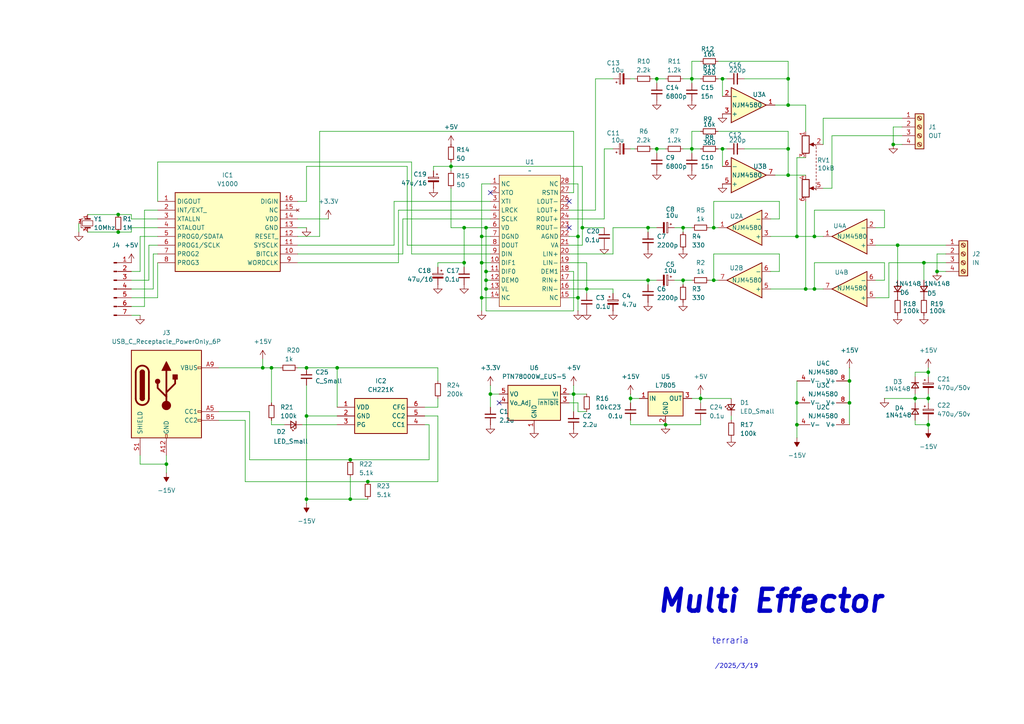
<source format=kicad_sch>
(kicad_sch (version 20250114) (generator "eeschema") (generator_version "9.0")
  (paper "A4")
  (text "Multi Effector" (at 223.52 174.498 0) (effects (font (size 6.35 6.35) (thickness 1.27) (bold yes) (italic yes))))
  (text "terraria" (at 211.836 185.928 0) (effects (font (size 1.905 1.905))))
  (text "/2025/3/19" (at 213.614 193.294 0) (effects (font (size 1.27 1.27))))
  (junction (at 182.88 115.57))
  (junction (at 198.12 81.28))
  (junction (at 271.78 78.74))
  (junction (at 269.24 107.95))
  (junction (at 139.7 76.2))
  (junction (at 139.7 86.36))
  (junction (at 246.38 110.49))
  (junction (at 259.08 41.91))
  (junction (at 265.43 115.57))
  (junction (at 88.9 120.65))
  (junction (at 267.97 76.2))
  (junction (at 200.66 22.86))
  (junction (at 207.01 81.28))
  (junction (at 228.6 30.48))
  (junction (at 236.22 83.82))
  (junction (at 101.6 133.35))
  (junction (at 198.12 66.04))
  (junction (at 78.74 106.68))
  (junction (at 48.26 134.62))
  (junction (at 231.14 116.84))
  (junction (at 207.01 66.04))
  (junction (at 106.68 139.7))
  (junction (at 140.97 66.04))
  (junction (at 200.66 43.18))
  (junction (at 233.68 83.82))
  (junction (at 142.24 114.3))
  (junction (at 209.55 43.18))
  (junction (at 168.91 66.04))
  (junction (at 187.96 66.04))
  (junction (at 166.37 114.3))
  (junction (at 167.64 68.58))
  (junction (at 209.55 22.86))
  (junction (at 34.29 62.23))
  (junction (at 134.62 76.2))
  (junction (at 140.97 83.82))
  (junction (at 187.96 81.28))
  (junction (at 193.04 123.19))
  (junction (at 97.79 106.68))
  (junction (at 228.6 50.8))
  (junction (at 76.2 106.68))
  (junction (at 134.62 66.04))
  (junction (at 228.6 43.18))
  (junction (at 269.24 115.57))
  (junction (at 228.6 22.86))
  (junction (at 140.97 81.28))
  (junction (at 101.6 144.78))
  (junction (at 140.97 78.74))
  (junction (at 139.7 68.58))
  (junction (at 246.38 116.84))
  (junction (at 88.9 144.78))
  (junction (at 190.5 22.86))
  (junction (at 231.14 68.58))
  (junction (at 260.35 71.12))
  (junction (at 203.2 115.57))
  (junction (at 34.29 67.31))
  (junction (at 236.22 68.58))
  (junction (at 170.18 83.82))
  (junction (at 167.64 86.36))
  (junction (at 269.24 123.19))
  (junction (at 190.5 43.18))
  (junction (at 88.9 106.68))
  (junction (at 231.14 123.19))
  (junction (at 130.81 48.26))
  (no_connect (at 165.1 58.42))
  (no_connect (at 165.1 66.04))
  (no_connect (at 142.24 55.88))
  (no_connect (at 144.78 116.84))
  (wire (pts (xy 203.2 123.19) (xy 193.04 123.19)))
  (wire (pts (xy 71.12 121.92) (xy 63.5 121.92)))
  (wire (pts (xy 208.28 17.78) (xy 228.6 17.78)))
  (wire (pts (xy 165.1 83.82) (xy 170.18 83.82)))
  (wire (pts (xy 127 115.57) (xy 127 118.11)))
  (wire (pts (xy 45.72 68.58) (xy 40.64 68.58)))
  (wire (pts (xy 123.19 120.65) (xy 127 120.65)))
  (wire (pts (xy 86.36 66.04) (xy 88.9 66.04)))
  (wire (pts (xy 168.91 71.12) (xy 168.91 66.04)))
  (wire (pts (xy 223.52 83.82) (xy 233.68 83.82)))
  (wire (pts (xy 207.01 73.66) (xy 207.01 81.28)))
  (wire (pts (xy 165.1 114.3) (xy 166.37 114.3)))
  (wire (pts (xy 265.43 107.95) (xy 269.24 107.95)))
  (wire (pts (xy 127 77.47) (xy 127 76.2)))
  (wire (pts (xy 22.86 67.31) (xy 22.86 64.77)))
  (wire (pts (xy 238.76 41.91) (xy 238.76 34.29)))
  (wire (pts (xy 182.88 22.86) (xy 184.15 22.86)))
  (wire (pts (xy 260.35 71.12) (xy 274.32 71.12)))
  (wire (pts (xy 241.3 39.37) (xy 241.3 54.61)))
  (wire (pts (xy 118.11 71.12) (xy 142.24 71.12)))
  (wire (pts (xy 40.64 78.74) (xy 38.1 78.74)))
  (wire (pts (xy 228.6 30.48) (xy 224.79 30.48)))
  (wire (pts (xy 40.64 68.58) (xy 40.64 78.74)))
  (wire (pts (xy 228.6 38.1) (xy 228.6 43.18)))
  (wire (pts (xy 256.54 60.96) (xy 236.22 60.96)))
  (wire (pts (xy 172.72 60.96) (xy 165.1 60.96)))
  (wire (pts (xy 271.78 78.74) (xy 274.32 78.74)))
  (wire (pts (xy 190.5 43.18) (xy 189.23 43.18)))
  (wire (pts (xy 195.58 66.04) (xy 198.12 66.04)))
  (wire (pts (xy 92.71 68.58) (xy 86.36 68.58)))
  (wire (pts (xy 166.37 90.17) (xy 140.97 90.17)))
  (wire (pts (xy 43.18 71.12) (xy 45.72 71.12)))
  (wire (pts (xy 261.62 39.37) (xy 241.3 39.37)))
  (wire (pts (xy 165.1 55.88) (xy 166.37 55.88)))
  (wire (pts (xy 38.1 63.5) (xy 38.1 62.23)))
  (wire (pts (xy 116.84 73.66) (xy 116.84 63.5)))
  (wire (pts (xy 187.96 66.04) (xy 190.5 66.04)))
  (wire (pts (xy 48.26 132.08) (xy 48.26 134.62)))
  (wire (pts (xy 101.6 133.35) (xy 124.46 133.35)))
  (wire (pts (xy 41.91 88.9) (xy 38.1 88.9)))
  (wire (pts (xy 209.55 27.94) (xy 209.55 22.86)))
  (wire (pts (xy 259.08 36.83) (xy 259.08 41.91)))
  (wire (pts (xy 203.2 121.92) (xy 203.2 123.19)))
  (wire (pts (xy 168.91 48.26) (xy 168.91 66.04)))
  (wire (pts (xy 182.88 123.19) (xy 193.04 123.19)))
  (wire (pts (xy 44.45 83.82) (xy 38.1 83.82)))
  (wire (pts (xy 177.8 85.09) (xy 177.8 83.82)))
  (wire (pts (xy 200.66 22.86) (xy 198.12 22.86)))
  (wire (pts (xy 233.68 58.42) (xy 233.68 83.82)))
  (wire (pts (xy 269.24 124.46) (xy 269.24 123.19)))
  (wire (pts (xy 44.45 73.66) (xy 44.45 83.82)))
  (wire (pts (xy 259.08 41.91) (xy 261.62 41.91)))
  (wire (pts (xy 88.9 146.05) (xy 88.9 144.78)))
  (wire (pts (xy 167.64 86.36) (xy 167.64 68.58)))
  (wire (pts (xy 87.63 123.19) (xy 97.79 123.19)))
  (wire (pts (xy 127 76.2) (xy 134.62 76.2)))
  (wire (pts (xy 140.97 66.04) (xy 140.97 78.74)))
  (wire (pts (xy 246.38 106.68) (xy 246.38 110.49)))
  (wire (pts (xy 167.64 116.84) (xy 167.64 119.38)))
  (wire (pts (xy 203.2 38.1) (xy 200.66 38.1)))
  (wire (pts (xy 175.26 43.18) (xy 177.8 43.18)))
  (wire (pts (xy 172.72 22.86) (xy 172.72 60.96)))
  (wire (pts (xy 208.28 38.1) (xy 228.6 38.1)))
  (wire (pts (xy 88.9 111.76) (xy 88.9 120.65)))
  (wire (pts (xy 45.72 76.2) (xy 45.72 86.36)))
  (wire (pts (xy 271.78 73.66) (xy 271.78 78.74)))
  (wire (pts (xy 207.01 66.04) (xy 208.28 66.04)))
  (wire (pts (xy 190.5 44.45) (xy 190.5 43.18)))
  (wire (pts (xy 72.39 119.38) (xy 72.39 133.35)))
  (wire (pts (xy 223.52 63.5) (xy 226.06 63.5)))
  (wire (pts (xy 167.64 119.38) (xy 170.18 119.38)))
  (wire (pts (xy 48.26 134.62) (xy 48.26 137.16)))
  (wire (pts (xy 228.6 30.48) (xy 233.68 30.48)))
  (wire (pts (xy 43.18 81.28) (xy 43.18 71.12)))
  (wire (pts (xy 165.1 116.84) (xy 167.64 116.84)))
  (wire (pts (xy 165.1 78.74) (xy 166.37 78.74)))
  (wire (pts (xy 223.52 78.74) (xy 226.06 78.74)))
  (wire (pts (xy 265.43 121.92) (xy 265.43 123.19)))
  (wire (pts (xy 142.24 53.34) (xy 139.7 53.34)))
  (wire (pts (xy 269.24 107.95) (xy 269.24 109.22)))
  (wire (pts (xy 187.96 82.55) (xy 187.96 81.28)))
  (wire (pts (xy 200.66 24.13) (xy 200.66 22.86)))
  (wire (pts (xy 226.06 63.5) (xy 226.06 58.42)))
  (wire (pts (xy 187.96 81.28) (xy 190.5 81.28)))
  (wire (pts (xy 88.9 58.42) (xy 88.9 48.26)))
  (wire (pts (xy 172.72 22.86) (xy 177.8 22.86)))
  (wire (pts (xy 88.9 48.26) (xy 118.11 48.26)))
  (wire (pts (xy 167.64 68.58) (xy 167.64 53.34)))
  (wire (pts (xy 92.71 38.1) (xy 92.71 68.58)))
  (wire (pts (xy 86.36 63.5) (xy 95.25 63.5)))
  (wire (pts (xy 228.6 17.78) (xy 228.6 22.86)))
  (wire (pts (xy 166.37 114.3) (xy 170.18 114.3)))
  (wire (pts (xy 124.46 133.35) (xy 124.46 123.19)))
  (wire (pts (xy 78.74 116.84) (xy 78.74 106.68)))
  (wire (pts (xy 124.46 123.19) (xy 123.19 123.19)))
  (wire (pts (xy 140.97 78.74) (xy 140.97 81.28)))
  (wire (pts (xy 76.2 106.68) (xy 78.74 106.68)))
  (wire (pts (xy 187.96 67.31) (xy 187.96 66.04)))
  (wire (pts (xy 246.38 116.84) (xy 246.38 123.19)))
  (wire (pts (xy 231.14 68.58) (xy 236.22 68.58)))
  (wire (pts (xy 165.1 73.66) (xy 177.8 73.66)))
  (wire (pts (xy 190.5 43.18) (xy 193.04 43.18)))
  (wire (pts (xy 177.8 73.66) (xy 177.8 66.04)))
  (wire (pts (xy 139.7 76.2) (xy 139.7 86.36)))
  (wire (pts (xy 119.38 73.66) (xy 142.24 73.66)))
  (wire (pts (xy 182.88 115.57) (xy 185.42 115.57)))
  (wire (pts (xy 115.57 60.96) (xy 142.24 60.96)))
  (wire (pts (xy 88.9 144.78) (xy 88.9 120.65)))
  (wire (pts (xy 116.84 63.5) (xy 142.24 63.5)))
  (wire (pts (xy 119.38 46.99) (xy 119.38 73.66)))
  (wire (pts (xy 127 110.49) (xy 127 106.68)))
  (wire (pts (xy 257.81 86.36) (xy 254 86.36)))
  (wire (pts (xy 257.81 76.2) (xy 267.97 76.2)))
  (wire (pts (xy 40.64 91.44) (xy 38.1 91.44)))
  (wire (pts (xy 226.06 78.74) (xy 226.06 73.66)))
  (wire (pts (xy 209.55 43.18) (xy 210.82 43.18)))
  (wire (pts (xy 223.52 68.58) (xy 231.14 68.58)))
  (wire (pts (xy 267.97 76.2) (xy 267.97 81.28)))
  (wire (pts (xy 182.88 43.18) (xy 184.15 43.18)))
  (wire (pts (xy 86.36 58.42) (xy 88.9 58.42)))
  (wire (pts (xy 254 71.12) (xy 260.35 71.12)))
  (wire (pts (xy 274.32 73.66) (xy 271.78 73.66)))
  (wire (pts (xy 269.24 123.19) (xy 269.24 121.92)))
  (wire (pts (xy 38.1 67.31) (xy 38.1 66.04)))
  (wire (pts (xy 200.66 43.18) (xy 203.2 43.18)))
  (wire (pts (xy 168.91 48.26) (xy 130.81 48.26)))
  (wire (pts (xy 226.06 73.66) (xy 207.01 73.66)))
  (wire (pts (xy 130.81 66.04) (xy 134.62 66.04)))
  (wire (pts (xy 236.22 83.82) (xy 238.76 83.82)))
  (wire (pts (xy 165.1 63.5) (xy 175.26 63.5)))
  (wire (pts (xy 140.97 78.74) (xy 142.24 78.74)))
  (wire (pts (xy 139.7 68.58) (xy 139.7 76.2)))
  (wire (pts (xy 45.72 58.42) (xy 45.72 46.99)))
  (wire (pts (xy 40.64 134.62) (xy 48.26 134.62)))
  (wire (pts (xy 177.8 66.04) (xy 187.96 66.04)))
  (wire (pts (xy 200.66 43.18) (xy 198.12 43.18)))
  (wire (pts (xy 166.37 38.1) (xy 92.71 38.1)))
  (wire (pts (xy 256.54 76.2) (xy 236.22 76.2)))
  (wire (pts (xy 228.6 50.8) (xy 224.79 50.8)))
  (wire (pts (xy 265.43 116.84) (xy 265.43 115.57)))
  (wire (pts (xy 200.66 44.45) (xy 200.66 43.18)))
  (wire (pts (xy 166.37 55.88) (xy 166.37 38.1)))
  (wire (pts (xy 86.36 76.2) (xy 115.57 76.2)))
  (wire (pts (xy 233.68 83.82) (xy 236.22 83.82)))
  (wire (pts (xy 78.74 121.92) (xy 78.74 123.19)))
  (wire (pts (xy 127 120.65) (xy 127 139.7)))
  (wire (pts (xy 88.9 120.65) (xy 97.79 120.65)))
  (wire (pts (xy 233.68 38.1) (xy 233.68 30.48)))
  (wire (pts (xy 265.43 115.57) (xy 269.24 115.57)))
  (wire (pts (xy 203.2 17.78) (xy 200.66 17.78)))
  (wire (pts (xy 130.81 48.26) (xy 130.81 49.53)))
  (wire (pts (xy 115.57 76.2) (xy 115.57 60.96)))
  (wire (pts (xy 25.4 62.23) (xy 34.29 62.23)))
  (wire (pts (xy 231.14 123.19) (xy 231.14 127)))
  (wire (pts (xy 118.11 48.26) (xy 118.11 71.12)))
  (wire (pts (xy 182.88 121.92) (xy 182.88 123.19)))
  (wire (pts (xy 208.28 22.86) (xy 209.55 22.86)))
  (wire (pts (xy 45.72 60.96) (xy 41.91 60.96)))
  (wire (pts (xy 45.72 46.99) (xy 119.38 46.99)))
  (wire (pts (xy 38.1 66.04) (xy 45.72 66.04)))
  (wire (pts (xy 256.54 60.96) (xy 256.54 66.04)))
  (wire (pts (xy 200.66 17.78) (xy 200.66 22.86)))
  (wire (pts (xy 228.6 30.48) (xy 228.6 22.86)))
  (wire (pts (xy 267.97 76.2) (xy 274.32 76.2)))
  (wire (pts (xy 269.24 114.3) (xy 269.24 115.57)))
  (wire (pts (xy 190.5 24.13) (xy 190.5 22.86)))
  (wire (pts (xy 236.22 76.2) (xy 236.22 83.82)))
  (wire (pts (xy 198.12 81.28) (xy 200.66 81.28)))
  (wire (pts (xy 170.18 83.82) (xy 170.18 76.2)))
  (wire (pts (xy 101.6 144.78) (xy 106.68 144.78)))
  (wire (pts (xy 177.8 83.82) (xy 170.18 83.82)))
  (wire (pts (xy 101.6 144.78) (xy 88.9 144.78)))
  (wire (pts (xy 142.24 114.3) (xy 142.24 118.11)))
  (wire (pts (xy 134.62 66.04) (xy 140.97 66.04)))
  (wire (pts (xy 114.3 71.12) (xy 114.3 58.42)))
  (wire (pts (xy 166.37 78.74) (xy 166.37 90.17)))
  (wire (pts (xy 209.55 43.18) (xy 209.55 48.26)))
  (wire (pts (xy 139.7 86.36) (xy 142.24 86.36)))
  (wire (pts (xy 203.2 116.84) (xy 203.2 115.57)))
  (wire (pts (xy 207.01 81.28) (xy 208.28 81.28)))
  (wire (pts (xy 165.1 81.28) (xy 187.96 81.28)))
  (wire (pts (xy 246.38 110.49) (xy 246.38 116.84)))
  (wire (pts (xy 45.72 73.66) (xy 44.45 73.66)))
  (wire (pts (xy 25.4 67.31) (xy 34.29 67.31)))
  (wire (pts (xy 198.12 66.04) (xy 200.66 66.04)))
  (wire (pts (xy 190.5 22.86) (xy 193.04 22.86)))
  (wire (pts (xy 86.36 71.12) (xy 114.3 71.12)))
  (wire (pts (xy 78.74 106.68) (xy 81.28 106.68)))
  (wire (pts (xy 97.79 106.68) (xy 97.79 118.11)))
  (wire (pts (xy 139.7 53.34) (xy 139.7 68.58)))
  (wire (pts (xy 134.62 76.2) (xy 134.62 77.47)))
  (wire (pts (xy 72.39 133.35) (xy 101.6 133.35)))
  (wire (pts (xy 208.28 43.18) (xy 209.55 43.18)))
  (wire (pts (xy 200.66 115.57) (xy 203.2 115.57)))
  (wire (pts (xy 165.1 68.58) (xy 167.64 68.58)))
  (wire (pts (xy 40.64 132.08) (xy 40.64 134.62)))
  (wire (pts (xy 140.97 81.28) (xy 142.24 81.28)))
  (wire (pts (xy 203.2 114.3) (xy 203.2 115.57)))
  (wire (pts (xy 101.6 144.78) (xy 101.6 138.43)))
  (wire (pts (xy 236.22 68.58) (xy 238.76 68.58)))
  (wire (pts (xy 254 81.28) (xy 256.54 81.28)))
  (wire (pts (xy 142.24 111.76) (xy 142.24 114.3)))
  (wire (pts (xy 182.88 116.84) (xy 182.88 115.57)))
  (wire (pts (xy 88.9 106.68) (xy 97.79 106.68)))
  (wire (pts (xy 86.36 106.68) (xy 88.9 106.68)))
  (wire (pts (xy 195.58 81.28) (xy 198.12 81.28)))
  (wire (pts (xy 265.43 123.19) (xy 269.24 123.19)))
  (wire (pts (xy 200.66 38.1) (xy 200.66 43.18)))
  (wire (pts (xy 190.5 22.86) (xy 189.23 22.86)))
  (wire (pts (xy 45.72 63.5) (xy 38.1 63.5)))
  (wire (pts (xy 256.54 81.28) (xy 256.54 76.2)))
  (wire (pts (xy 139.7 86.36) (xy 139.7 90.17)))
  (wire (pts (xy 38.1 81.28) (xy 43.18 81.28)))
  (wire (pts (xy 76.2 106.68) (xy 63.5 106.68)))
  (wire (pts (xy 165.1 71.12) (xy 168.91 71.12)))
  (wire (pts (xy 165.1 86.36) (xy 167.64 86.36)))
  (wire (pts (xy 106.68 139.7) (xy 71.12 139.7)))
  (wire (pts (xy 45.72 86.36) (xy 38.1 86.36)))
  (wire (pts (xy 167.64 53.34) (xy 165.1 53.34)))
  (wire (pts (xy 205.74 66.04) (xy 207.01 66.04)))
  (wire (pts (xy 236.22 60.96) (xy 236.22 68.58)))
  (wire (pts (xy 238.76 34.29) (xy 261.62 34.29)))
  (wire (pts (xy 130.81 46.99) (xy 130.81 48.26)))
  (wire (pts (xy 125.73 49.53) (xy 125.73 48.26)))
  (wire (pts (xy 34.29 67.31) (xy 38.1 67.31)))
  (wire (pts (xy 254 66.04) (xy 256.54 66.04)))
  (wire (pts (xy 123.19 118.11) (xy 127 118.11)))
  (wire (pts (xy 233.68 45.72) (xy 231.14 45.72)))
  (wire (pts (xy 228.6 43.18) (xy 228.6 50.8)))
  (wire (pts (xy 125.73 48.26) (xy 130.81 48.26)))
  (wire (pts (xy 114.3 58.42) (xy 142.24 58.42)))
  (wire (pts (xy 140.97 90.17) (xy 140.97 83.82)))
  (wire (pts (xy 41.91 60.96) (xy 41.91 88.9)))
  (wire (pts (xy 207.01 58.42) (xy 207.01 66.04)))
  (wire (pts (xy 198.12 81.28) (xy 198.12 82.55)))
  (wire (pts (xy 166.37 114.3) (xy 166.37 119.38)))
  (wire (pts (xy 182.88 114.3) (xy 182.88 115.57)))
  (wire (pts (xy 215.9 22.86) (xy 228.6 22.86)))
  (wire (pts (xy 261.62 36.83) (xy 259.08 36.83)))
  (wire (pts (xy 226.06 58.42) (xy 207.01 58.42)))
  (wire (pts (xy 269.24 115.57) (xy 269.24 116.84)))
  (wire (pts (xy 63.5 119.38) (xy 72.39 119.38)))
  (wire (pts (xy 78.74 123.19) (xy 82.55 123.19)))
  (wire (pts (xy 168.91 66.04) (xy 175.26 66.04)))
  (wire (pts (xy 140.97 83.82) (xy 142.24 83.82)))
  (wire (pts (xy 166.37 111.76) (xy 166.37 114.3)))
  (wire (pts (xy 257.81 76.2) (xy 257.81 86.36)))
  (wire (pts (xy 231.14 110.49) (xy 231.14 116.84)))
  (wire (pts (xy 170.18 76.2) (xy 165.1 76.2)))
  (wire (pts (xy 130.81 54.61) (xy 130.81 66.04)))
  (wire (pts (xy 134.62 66.04) (xy 134.62 76.2)))
  (wire (pts (xy 200.66 22.86) (xy 203.2 22.86)))
  (wire (pts (xy 241.3 54.61) (xy 238.76 54.61)))
  (wire (pts (xy 269.24 106.68) (xy 269.24 107.95)))
  (wire (pts (xy 139.7 68.58) (xy 142.24 68.58)))
  (wire (pts (xy 175.26 63.5) (xy 175.26 43.18)))
  (wire (pts (xy 198.12 66.04) (xy 198.12 67.31)))
  (wire (pts (xy 212.09 120.65) (xy 212.09 121.92)))
  (wire (pts (xy 203.2 115.57) (xy 212.09 115.57)))
  (wire (pts (xy 256.54 115.57) (xy 265.43 115.57)))
  (wire (pts (xy 265.43 109.22) (xy 265.43 107.95)))
  (wire (pts (xy 231.14 116.84) (xy 231.14 123.19)))
  (wire (pts (xy 142.24 114.3) (xy 144.78 114.3)))
  (wire (pts (xy 140.97 83.82) (xy 140.97 81.28)))
  (wire (pts (xy 34.29 62.23) (xy 38.1 62.23)))
  (wire (pts (xy 205.74 81.28) (xy 207.01 81.28)))
  (wire (pts (xy 228.6 50.8) (xy 233.68 50.8)))
  (wire (pts (xy 265.43 115.57) (xy 265.43 114.3)))
  (wire (pts (xy 127 106.68) (xy 97.79 106.68)))
  (wire (pts (xy 76.2 104.14) (xy 76.2 106.68)))
  (wire (pts (xy 142.24 76.2) (xy 139.7 76.2)))
  (wire (pts (xy 167.64 86.36) (xy 167.64 90.17)))
  (wire (pts (xy 86.36 73.66) (xy 116.84 73.66)))
  (wire (pts (xy 71.12 139.7) (xy 71.12 121.92)))
  (wire (pts (xy 260.35 81.28) (xy 260.35 71.12)))
  (wire (pts (xy 215.9 43.18) (xy 228.6 43.18)))
  (wire (pts (xy 231.14 45.72) (xy 231.14 68.58)))
  (wire (pts (xy 170.18 83.82) (xy 170.18 85.09)))
  (wire (pts (xy 127 139.7) (xy 106.68 139.7)))
  (wire (pts (xy 209.55 22.86) (xy 210.82 22.86)))
  (wire (pts (xy 140.97 66.04) (xy 142.24 66.04)))
  (symbol (lib_id "Device:R_Small") (at 267.97 88.9 180) (unit 1)
    (property "Reference" "R19" (at 269.748 88.138 0) (effects (justify right)))
    (property "Value" "100k" (at 269.494 90.17 0) (effects (justify right)))
    (property "Footprint" "Resistor_SMD:R_0603_1608Metric_Pad0.98x0.95mm_HandSolder" (effects (hide yes)))
    (property "Description" "Resistor, small symbol" (effects (hide yes)))
  )
  (symbol (lib_id "power:-15V") (at 269.24 124.46 180) (unit 1)
    (property "Reference" "#PWR027" (effects (hide yes)))
    (property "Value" "-15V" (at 269.24 129.54 0))
    (property "Description" "Power symbol creates a global label with name \"-15V\"" (effects (hide yes)))
  )
  (symbol (lib_id "Device:C_Polarized_Small") (at 193.04 81.28 270) (unit 1)
    (property "Reference" "C5" (at 193.04 76.708 90) (effects (justify left)))
    (property "Value" "10u" (at 192.532 78.486 90) (effects (justify left)))
    (property "Footprint" "Capacitor_THT:CP_Radial_D5.0mm_P2.00mm" (effects (hide yes)))
    (property "Description" "Polarized capacitor, small symbol" (effects (hide yes)))
  )
  (symbol (lib_id "Device:R_Small") (at 195.58 22.86 90) (unit 1)
    (property "Reference" "R11" (at 195.58 17.78 90))
    (property "Value" "1.2k" (at 195.58 20.32 90))
    (property "Footprint" "Resistor_SMD:R_0603_1608Metric_Pad0.98x0.95mm_HandSolder" (effects (hide yes)))
    (property "Description" "Resistor, small symbol" (effects (hide yes)))
  )
  (symbol (lib_id "power:+15V") (at 76.2 104.14 0) (unit 1)
    (property "Reference" "#PWR038" (effects (hide yes)))
    (property "Value" "+15V" (at 76.2 99.06 0))
    (property "Description" "Power symbol creates a global label with name \"+15V\"" (effects (hide yes)))
  )
  (symbol (lib_id "Device:R_Small") (at 205.74 43.18 90) (unit 1)
    (property "Reference" "R8" (at 205.74 39.878 90))
    (property "Value" "360" (at 205.74 41.402 90))
    (property "Footprint" "Resistor_SMD:R_0603_1608Metric_Pad0.98x0.95mm_HandSolder" (effects (hide yes)))
    (property "Description" "Resistor, small symbol" (effects (hide yes)))
  )
  (symbol (lib_id "power:GND") (at 139.7 90.17 0) (unit 1)
    (property "Reference" "#PWR05" (effects (hide yes)))
    (property "Value" "GND" (effects (hide yes)))
    (property "Description" "Power symbol creates a global label with name \"GND\" , ground" (effects (hide yes)))
  )
  (symbol (lib_id "Device:C_Small") (at 134.62 80.01 0) (mirror y) (unit 1)
    (property "Reference" "C17" (at 133.35 78.486 0) (effects (justify left)))
    (property "Value" "0.1u" (at 133.35 81.026 0) (effects (justify left)))
    (property "Footprint" "Capacitor_SMD:C_0603_1608Metric_Pad1.08x0.95mm_HandSolder" (effects (hide yes)))
    (property "Description" "Unpolarized capacitor, small symbol" (effects (hide yes)))
  )
  (symbol (lib_id "Device:R_Small") (at 198.12 69.85 0) (unit 1)
    (property "Reference" "R4" (at 200.66 68.5799 0) (effects (justify left)))
    (property "Value" "330" (at 200.66 71.1199 0) (effects (justify left)))
    (property "Footprint" "Resistor_SMD:R_0603_1608Metric_Pad0.98x0.95mm_HandSolder" (effects (hide yes)))
    (property "Description" "Resistor, small symbol" (effects (hide yes)))
  )
  (symbol (lib_id "Device:R_Small") (at 186.69 43.18 90) (unit 1)
    (property "Reference" "R6" (at 186.69 38.1 90))
    (property "Value" "2.2k" (at 186.69 40.64 90))
    (property "Footprint" "Resistor_SMD:R_0603_1608Metric_Pad0.98x0.95mm_HandSolder" (effects (hide yes)))
    (property "Description" "Resistor, small symbol" (effects (hide yes)))
  )
  (symbol (lib_id "Device:C_Small") (at 175.26 68.58 0) (mirror y) (unit 1)
    (property "Reference" "C20" (at 173.99 67.056 0) (effects (justify left)))
    (property "Value" "0.1u" (at 173.99 69.596 0) (effects (justify left)))
    (property "Footprint" "Capacitor_SMD:C_0603_1608Metric_Pad1.08x0.95mm_HandSolder" (effects (hide yes)))
    (property "Description" "Unpolarized capacitor, small symbol" (effects (hide yes)))
  )
  (symbol (lib_id "power:+15V") (at 182.88 114.3 0) (unit 1)
    (property "Reference" "#PWR032" (effects (hide yes)))
    (property "Value" "+15V" (at 182.88 109.22 0))
    (property "Description" "Power symbol creates a global label with name \"+15V\"" (effects (hide yes)))
  )
  (symbol (lib_id "Device:R_Small") (at 205.74 38.1 90) (unit 1)
    (property "Reference" "R9" (at 205.232 34.544 90))
    (property "Value" "16k" (at 205.74 36.068 90))
    (property "Footprint" "Resistor_SMD:R_0603_1608Metric_Pad0.98x0.95mm_HandSolder" (effects (hide yes)))
    (property "Description" "Resistor, small symbol" (effects (hide yes)))
  )
  (symbol (lib_id "power:GND") (at 200.66 49.53 0) (unit 1)
    (property "Reference" "#PWR013" (effects (hide yes)))
    (property "Value" "GND" (effects (hide yes)))
    (property "Description" "Power symbol creates a global label with name \"GND\" , ground" (effects (hide yes)))
  )
  (symbol (lib_id "Device:R_Small") (at 78.74 119.38 0) (unit 1)
    (property "Reference" "R21" (at 81.28 118.1099 0) (effects (justify left)))
    (property "Value" "100k" (at 81.28 120.6499 0) (effects (justify left)))
    (property "Footprint" "Resistor_SMD:R_0603_1608Metric_Pad0.98x0.95mm_HandSolder" (effects (hide yes)))
    (property "Description" "Resistor, small symbol" (effects (hide yes)))
  )
  (symbol (lib_id "Device:C_Polarized_Small") (at 180.34 43.18 90) (unit 1)
    (property "Reference" "C11" (at 179.832 38.608 90) (effects (justify left)))
    (property "Value" "10u" (at 181.0638 40.64 90) (effects (justify left)))
    (property "Footprint" "Capacitor_THT:CP_Radial_D5.0mm_P2.00mm" (effects (hide yes)))
    (property "Description" "Polarized capacitor, small symbol" (effects (hide yes)))
  )
  (symbol (lib_id "power:+5V") (at 38.1 76.2 0) (unit 1)
    (property "Reference" "#PWR02" (effects (hide yes)))
    (property "Value" "+5V" (at 38.1 71.12 0))
    (property "Description" "Power symbol creates a global label with name \"+5V\"" (effects (hide yes)))
  )
  (symbol (lib_id "Device:R_Small") (at 212.09 124.46 0) (unit 1)
    (property "Reference" "R17" (at 214.63 123.1899 0) (effects (justify left)))
    (property "Value" "100k" (at 214.63 125.7299 0) (effects (justify left)))
    (property "Footprint" "Resistor_SMD:R_0603_1608Metric_Pad0.98x0.95mm_HandSolder" (effects (hide yes)))
    (property "Description" "Resistor, small symbol" (effects (hide yes)))
  )
  (symbol (lib_id "Device:C_Polarized_Small") (at 125.73 52.07 0) (mirror y) (unit 1)
    (property "Reference" "C19" (at 119.888 50.546 0) (effects (justify right)))
    (property "Value" "47u/16" (at 116.332 53.086 0) (effects (justify right)))
    (property "Footprint" "Capacitor_THT:CP_Radial_D6.3mm_P2.50mm" (effects (hide yes)))
    (property "Description" "Polarized capacitor, small symbol" (effects (hide yes)))
  )
  (symbol (lib_id "Converter_DCDC:PTN78000W_EUS-5") (at 154.94 116.84 0) (mirror y) (unit 1)
    (property "Reference" "U6" (at 154.94 106.68 0))
    (property "Value" "PTN78000W_EUS-5" (at 154.94 109.22 0))
    (property "Footprint" "Package_TO_SOT_SMD:TSOT-23-5" (effects (hide yes)))
    (property "Datasheet" "https://www.ti.com/lit/ds/symlink/ptn78000w.pdf" (effects (hide yes)))
    (property "Description" "1.5A non-isolated switching regulator power module, 7-36V input voltage, 2.5-12.6V output voltage, EUS-5" (effects (hide yes)))
  )
  (symbol (lib_id "Device:C_Polarized_Small") (at 269.24 111.76 0) (unit 1)
    (property "Reference" "C21" (at 271.78 109.9438 0) (effects (justify left)))
    (property "Value" "470u/50v" (at 271.78 112.4838 0) (effects (justify left)))
    (property "Footprint" "Capacitor_THT:CP_Radial_D10.0mm_P5.00mm" (effects (hide yes)))
    (property "Description" "Polarized capacitor, small symbol" (effects (hide yes)))
  )
  (symbol (lib_id "Device:LED_Small") (at 212.09 118.11 90) (unit 1)
    (property "Reference" "D1" (at 214.63 116.7764 90) (effects (justify right)))
    (property "Value" "LED_Small" (at 214.63 119.3164 90) (effects (justify right)))
    (property "Footprint" "LED_SMD:LED_0603_1608Metric_Pad1.05x0.95mm_HandSolder" (effects (hide yes)))
    (property "Description" "Light emitting diode, small symbol" (effects (hide yes)))
    (property "Sim.Pin" "1=K 2=A" (effects (hide yes)))
  )
  (symbol (lib_id "Device:R_Small") (at 260.35 88.9 180) (unit 1)
    (property "Reference" "R18" (at 261.874 88.138 0) (effects (justify right)))
    (property "Value" "100k" (at 261.874 90.17 0) (effects (justify right)))
    (property "Footprint" "Resistor_SMD:R_0603_1608Metric_Pad0.98x0.95mm_HandSolder" (effects (hide yes)))
    (property "Description" "Resistor, small symbol" (effects (hide yes)))
  )
  (symbol (lib_id "power:GND") (at 209.55 33.02 0) (unit 1)
    (property "Reference" "#PWR016" (effects (hide yes)))
    (property "Value" "GND" (effects (hide yes)))
    (property "Description" "Power symbol creates a global label with name \"GND\" , ground" (effects (hide yes)))
  )
  (symbol (lib_id "power:GND") (at 167.64 90.17 0) (unit 1)
    (property "Reference" "#PWR06" (effects (hide yes)))
    (property "Value" "GND" (effects (hide yes)))
    (property "Description" "Power symbol creates a global label with name \"GND\" , ground" (effects (hide yes)))
  )
  (symbol (lib_id "Connector:Screw_Terminal_01x04") (at 266.7 36.83 0) (unit 1)
    (property "Reference" "J1" (at 269.24 36.8299 0) (effects (justify left)))
    (property "Value" "OUT" (at 269.24 39.3699 0) (effects (justify left)))
    (property "Footprint" "TerminalBlock_TE-Connectivity:TerminalBlock_TE_282834-4_1x04_P2.54mm_Horizontal" (effects (hide yes)))
    (property "Description" "Generic screw terminal, single row, 01x04, script generated (kicad-library-utils/schlib/autogen/connector/)" (effects (hide yes)))
  )
  (symbol (lib_id "Amplifier_Operational:NJM4580") (at 246.38 83.82 180) (unit 2)
    (property "Reference" "U4" (at 244.094 78.994 0))
    (property "Value" "NJM4580" (at 247.142 83.566 0))
    (property "Footprint" "Package_SIP:SIP-8_19x3mm_P2.54mm" (effects (hide yes)))
    (property "Datasheet" "http://www.njr.com/semicon/PDF/NJM4580_E.pdf" (effects (hide yes)))
    (property "Description" "Dual Operational Amplifier, DIP-8/DMP-8/SIP-8/MSOP-8/SOP-8/SSOP-8" (effects (hide yes)))
  )
  (symbol (lib_id "Device:D_Small") (at 265.43 119.38 270) (unit 1)
    (property "Reference" "D4" (at 260.858 118.364 90))
    (property "Value" "1N4148" (at 260.604 120.396 90))
    (property "Footprint" "Diode_SMD:D_SOD-123" (effects (hide yes)))
    (property "Description" "Diode, small symbol" (effects (hide yes)))
    (property "Sim.Device" "D" (effects (hide yes)))
    (property "Sim.Pins" "1=K 2=A" (effects (hide yes)))
  )
  (symbol (lib_id "Device:R_Small") (at 195.58 43.18 90) (unit 1)
    (property "Reference" "R7" (at 195.58 38.1 90))
    (property "Value" "1.2k" (at 195.58 40.64 90))
    (property "Footprint" "Resistor_SMD:R_0603_1608Metric_Pad0.98x0.95mm_HandSolder" (effects (hide yes)))
    (property "Description" "Resistor, small symbol" (effects (hide yes)))
  )
  (symbol (lib_id "Connector:USB_C_Receptacle_PowerOnly_6P") (at 48.26 114.3 0) (unit 1)
    (property "Reference" "J3" (at 48.26 96.52 0))
    (property "Value" "USB_C_Receptacle_PowerOnly_6P" (at 48.26 99.06 0))
    (property "Footprint" "Connector_USB:USB_C_Receptacle_GCT_USB4125-xx-x_6P_TopMnt_Horizontal" (effects (hide yes)))
    (property "Datasheet" "https://www.usb.org/sites/default/files/documents/usb_type-c.zip" (effects (hide yes)))
    (property "Description" "USB Power-Only 6P Type-C Receptacle connector" (effects (hide yes)))
  )
  (symbol (lib_id "power:GND") (at 198.12 72.39 0) (unit 1)
    (property "Reference" "#PWR011" (effects (hide yes)))
    (property "Value" "GND" (effects (hide yes)))
    (property "Description" "Power symbol creates a global label with name \"GND\" , ground" (effects (hide yes)))
  )
  (symbol (lib_id "power:-15V") (at 231.14 127 180) (unit 1)
    (property "Reference" "#PWR029" (effects (hide yes)))
    (property "Value" "-15V" (at 231.14 132.08 0))
    (property "Description" "Power symbol creates a global label with name \"-15V\"" (effects (hide yes)))
  )
  (symbol (lib_id "Device:C_Small") (at 166.37 121.92 180) (unit 1)
    (property "Reference" "C2" (at 168.91 120.6435 0) (effects (justify right)))
    (property "Value" "2.2u" (at 168.91 123.1835 0) (effects (justify right)))
    (property "Footprint" "Capacitor_SMD:C_0603_1608Metric_Pad1.08x0.95mm_HandSolder" (effects (hide yes)))
    (property "Description" "Unpolarized capacitor, small symbol" (effects (hide yes)))
  )
  (symbol (lib_id "power:GND") (at 259.08 41.91 0) (unit 1)
    (property "Reference" "#PWR018" (effects (hide yes)))
    (property "Value" "GND" (effects (hide yes)))
    (property "Description" "Power symbol creates a global label with name \"GND\" , ground" (effects (hide yes)))
  )
  (symbol (lib_id "power:GND") (at 166.37 124.46 0) (unit 1)
    (property "Reference" "#PWR03" (effects (hide yes)))
    (property "Value" "GND" (effects (hide yes)))
    (property "Description" "Power symbol creates a global label with name \"GND\" , ground" (effects (hide yes)))
  )
  (symbol (lib_id "Device:R_Small") (at 205.74 22.86 90) (unit 1)
    (property "Reference" "R13" (at 205.74 19.558 90))
    (property "Value" "360" (at 205.74 21.082 90))
    (property "Footprint" "Resistor_SMD:R_0603_1608Metric_Pad0.98x0.95mm_HandSolder" (effects (hide yes)))
    (property "Description" "Resistor, small symbol" (effects (hide yes)))
  )
  (symbol (lib_id "power:GND") (at 170.18 90.17 0) (unit 1)
    (property "Reference" "#PWR07" (effects (hide yes)))
    (property "Value" "GND" (effects (hide yes)))
    (property "Description" "Power symbol creates a global label with name \"GND\" , ground" (effects (hide yes)))
  )
  (symbol (lib_id "Device:R_Small") (at 186.69 22.86 90) (unit 1)
    (property "Reference" "R10" (at 186.69 17.78 90))
    (property "Value" "2.2k" (at 186.69 20.32 90))
    (property "Footprint" "Resistor_SMD:R_0603_1608Metric_Pad0.98x0.95mm_HandSolder" (effects (hide yes)))
    (property "Description" "Resistor, small symbol" (effects (hide yes)))
  )
  (symbol (lib_id "Device:R_Small") (at 34.29 64.77 0) (unit 1)
    (property "Reference" "R1" (at 35.56 63.5 0) (effects (justify left)))
    (property "Value" "1M" (at 35.56 66.04 0) (effects (justify left)))
    (property "Footprint" "Resistor_SMD:R_0603_1608Metric_Pad0.98x0.95mm_HandSolder" (effects (hide yes)))
    (property "Description" "Resistor, small symbol" (effects (hide yes)))
  )
  (symbol (lib_id "Device:C_Small") (at 88.9 109.22 0) (unit 1)
    (property "Reference" "C25" (at 91.44 107.9562 0) (effects (justify left)))
    (property "Value" "C_Small" (at 91.44 110.4962 0) (effects (justify left)))
    (property "Footprint" "Capacitor_SMD:C_0603_1608Metric" (effects (hide yes)))
    (property "Description" "Unpolarized capacitor, small symbol" (effects (hide yes)))
  )
  (symbol (lib_id "Device:C_Polarized_Small") (at 193.04 66.04 270) (unit 1)
    (property "Reference" "C8" (at 193.04 60.706 90) (effects (justify left)))
    (property "Value" "10u" (at 193.04 62.484 90) (effects (justify left)))
    (property "Footprint" "Capacitor_THT:CP_Radial_D5.0mm_P2.00mm" (effects (hide yes)))
    (property "Description" "Polarized capacitor, small symbol" (effects (hide yes)))
  )
  (symbol (lib_id "power:GND") (at 267.97 91.44 0) (unit 1)
    (property "Reference" "#PWR044" (effects (hide yes)))
    (property "Value" "GND" (effects (hide yes)))
    (property "Description" "Power symbol creates a global label with name \"GND\" , ground" (effects (hide yes)))
  )
  (symbol (lib_id "Device:C_Small") (at 190.5 46.99 0) (unit 1)
    (property "Reference" "C9" (at 193.04 45.7262 0) (effects (justify left)))
    (property "Value" "6800p" (at 193.04 48.2662 0) (effects (justify left)))
    (property "Footprint" "Capacitor_SMD:C_0603_1608Metric_Pad1.08x0.95mm_HandSolder" (effects (hide yes)))
    (property "Description" "Unpolarized capacitor, small symbol" (effects (hide yes)))
  )
  (symbol (lib_id "Device:C_Polarized_Small") (at 177.8 87.63 0) (unit 1)
    (property "Reference" "C4" (at 180.34 85.8138 0) (effects (justify left)))
    (property "Value" "4.7u" (at 180.34 88.3538 0) (effects (justify left)))
    (property "Footprint" "Capacitor_THT:CP_Radial_D5.0mm_P2.00mm" (effects (hide yes)))
    (property "Description" "Polarized capacitor, small symbol" (effects (hide yes)))
  )
  (symbol (lib_id "power:GND") (at 187.96 72.39 0) (unit 1)
    (property "Reference" "#PWR010" (effects (hide yes)))
    (property "Value" "GND" (effects (hide yes)))
    (property "Description" "Power symbol creates a global label with name \"GND\" , ground" (effects (hide yes)))
  )
  (symbol (lib_id "power:GND") (at 190.5 49.53 0) (unit 1)
    (property "Reference" "#PWR012" (effects (hide yes)))
    (property "Value" "GND" (effects (hide yes)))
    (property "Description" "Power symbol creates a global label with name \"GND\" , ground" (effects (hide yes)))
  )
  (symbol (lib_id "power:GND") (at 134.62 82.55 0) (mirror y) (unit 1)
    (property "Reference" "#PWR020" (effects (hide yes)))
    (property "Value" "GND" (effects (hide yes)))
    (property "Description" "Power symbol creates a global label with name \"GND\" , ground" (effects (hide yes)))
  )
  (symbol (lib_id "Device:C_Small") (at 213.36 22.86 90) (unit 1)
    (property "Reference" "C16" (at 215.138 18.796 90) (effects (justify left)))
    (property "Value" "220p" (at 216.408 20.32 90) (effects (justify left)))
    (property "Footprint" "Capacitor_SMD:C_0603_1608Metric_Pad1.08x0.95mm_HandSolder" (effects (hide yes)))
    (property "Description" "Unpolarized capacitor, small symbol" (effects (hide yes)))
  )
  (symbol (lib_id "Device:R_Small") (at 83.82 106.68 270) (unit 1)
    (property "Reference" "R20" (at 85.09 101.6 90))
    (property "Value" "1k" (at 83.82 104.14 90))
    (property "Footprint" "Resistor_SMD:R_0603_1608Metric_Pad0.98x0.95mm_HandSolder" (effects (hide yes)))
    (property "Description" "Resistor, small symbol" (effects (hide yes)))
  )
  (symbol (lib_id "power:+15V") (at 246.38 106.68 0) (unit 1)
    (property "Reference" "#PWR030" (effects (hide yes)))
    (property "Value" "+15V" (at 246.38 101.6 0))
    (property "Description" "Power symbol creates a global label with name \"+15V\"" (effects (hide yes)))
  )
  (symbol (lib_id "Device:C_Small") (at 200.66 26.67 0) (unit 1)
    (property "Reference" "C15" (at 203.2 25.4062 0) (effects (justify left)))
    (property "Value" "15n" (at 203.2 27.9462 0) (effects (justify left)))
    (property "Footprint" "Capacitor_SMD:C_0603_1608Metric_Pad1.08x0.95mm_HandSolder" (effects (hide yes)))
    (property "Description" "Unpolarized capacitor, small symbol" (effects (hide yes)))
  )
  (symbol (lib_id "Yamaha:v4220m") (at 153.67 69.85 0) (unit 1)
    (property "Reference" "U1" (at 153.67 46.99 0))
    (property "Value" "~" (at 153.67 49.53 0))
    (property "Footprint" "Package_SO:SSOP-28_5.3x10.2mm_P0.65mm" (effects (hide yes)))
  )
  (symbol (lib_id "Device:Crystal_GND2_Small") (at 25.4 64.77 270) (unit 1)
    (property "Reference" "Y1" (at 27.178 63.5 90) (effects (justify left)))
    (property "Value" "10Mhz" (at 27.178 66.04 90) (effects (justify left)))
    (property "Footprint" "Connector_PinHeader_2.54mm:PinHeader_1x03_P2.54mm_Vertical" (effects (hide yes)))
    (property "Description" "Three pin crystal, GND on pin 2, small symbol" (effects (hide yes)))
  )
  (symbol (lib_id "Device:R_Small") (at 203.2 81.28 90) (unit 1)
    (property "Reference" "R2" (at 203.2 76.2 90))
    (property "Value" "1k" (at 203.2 78.74 90))
    (property "Footprint" "Resistor_SMD:R_0603_1608Metric_Pad0.98x0.95mm_HandSolder" (effects (hide yes)))
    (property "Description" "Resistor, small symbol" (effects (hide yes)))
  )
  (symbol (lib_id "power:GND") (at 256.54 115.57 0) (unit 1)
    (property "Reference" "#PWR026" (effects (hide yes)))
    (property "Value" "GND" (effects (hide yes)))
    (property "Description" "Power symbol creates a global label with name \"GND\" , ground" (effects (hide yes)))
  )
  (symbol (lib_id "Yamaha:V1000") (at 45.72 58.42 0) (unit 1)
    (property "Reference" "IC1" (at 66.04 50.8 0))
    (property "Value" "V1000" (at 66.04 53.34 0))
    (property "Footprint" "YMZ771:SOIC127P1034X250-16N" (effects (hide yes)))
    (property "Datasheet" "https://www.coolaudio.com/docs/V1000_DATASHEET.pdf" (effects (hide yes)))
    (property "Description" "V1000" (effects (hide yes)))
    (property "Height" "2.5" (effects (hide yes)))
    (property "Manufacturer_Name" "cool audio" (effects (hide yes)))
    (property "Manufacturer_Part_Number" "V1000" (effects (hide yes)))
  )
  (symbol (lib_id "power:GND") (at 127 82.55 0) (mirror y) (unit 1)
    (property "Reference" "#PWR021" (effects (hide yes)))
    (property "Value" "GND" (effects (hide yes)))
    (property "Description" "Power symbol creates a global label with name \"GND\" , ground" (effects (hide yes)))
  )
  (symbol (lib_id "Device:R_Small") (at 101.6 135.89 0) (unit 1)
    (property "Reference" "R22" (at 104.14 134.6199 0) (effects (justify left)))
    (property "Value" "5.1k" (at 104.14 137.1599 0) (effects (justify left)))
    (property "Footprint" "Resistor_SMD:R_0603_1608Metric_Pad0.98x0.95mm_HandSolder" (effects (hide yes)))
    (property "Description" "Resistor, small symbol" (effects (hide yes)))
  )
  (symbol (lib_id "power:GND") (at 260.35 91.44 0) (unit 1)
    (property "Reference" "#PWR043" (effects (hide yes)))
    (property "Value" "GND" (effects (hide yes)))
    (property "Description" "Power symbol creates a global label with name \"GND\" , ground" (effects (hide yes)))
  )
  (symbol (lib_id "Device:C_Small") (at 200.66 46.99 0) (unit 1)
    (property "Reference" "C10" (at 203.2 45.7262 0) (effects (justify left)))
    (property "Value" "15n" (at 203.2 48.2662 0) (effects (justify left)))
    (property "Footprint" "Capacitor_SMD:C_0603_1608Metric_Pad1.08x0.95mm_HandSolder" (effects (hide yes)))
    (property "Description" "Unpolarized capacitor, small symbol" (effects (hide yes)))
  )
  (symbol (lib_id "power:+5V") (at 166.37 111.76 0) (unit 1)
    (property "Reference" "#PWR035" (effects (hide yes)))
    (property "Value" "+5V" (at 166.37 106.68 0))
    (property "Description" "Power symbol creates a global label with name \"+5V\"" (effects (hide yes)))
  )
  (symbol (lib_id "Device:D_Small") (at 267.97 83.82 90) (unit 1)
    (property "Reference" "D5" (at 270.256 85.09 90))
    (property "Value" "1N4148" (at 271.78 82.296 90))
    (property "Footprint" "Diode_SMD:D_SOD-123" (effects (hide yes)))
    (property "Description" "Diode, small symbol" (effects (hide yes)))
    (property "Sim.Device" "D" (effects (hide yes)))
    (property "Sim.Pins" "1=K 2=A" (effects (hide yes)))
  )
  (symbol (lib_id "Device:C_Small") (at 142.24 120.65 180) (unit 1)
    (property "Reference" "C1" (at 144.78 119.3735 0) (effects (justify right)))
    (property "Value" "2.2u" (at 144.78 121.9135 0) (effects (justify right)))
    (property "Footprint" "Capacitor_SMD:C_0603_1608Metric_Pad1.08x0.95mm_HandSolder" (effects (hide yes)))
    (property "Description" "Unpolarized capacitor, small symbol" (effects (hide yes)))
  )
  (symbol (lib_id "Yamaha:CH221K") (at 97.79 118.11 0) (unit 1)
    (property "Reference" "IC2" (at 110.49 110.49 0))
    (property "Value" "CH221K" (at 110.49 113.03 0))
    (property "Footprint" "YMZ771:SOT95P280X120-6N" (effects (hide yes)))
    (property "Datasheet" "https://akizukidenshi.com/download/ds/wch/CH224.pdf" (effects (hide yes)))
    (property "Description" "USB PD and Other Fast Charging Protocol Sink Controller CH224" (effects (hide yes)))
    (property "Height" "1.2" (effects (hide yes)))
    (property "Manufacturer_Name" "WCH" (effects (hide yes)))
    (property "Manufacturer_Part_Number" "CH221K" (effects (hide yes)))
  )
  (symbol (lib_id "Device:C_Small") (at 170.18 87.63 0) (unit 1)
    (property "Reference" "C3" (at 172.72 86.3662 0) (effects (justify left)))
    (property "Value" "0.1u" (at 172.72 88.9062 0) (effects (justify left)))
    (property "Footprint" "Capacitor_SMD:C_0603_1608Metric_Pad1.08x0.95mm_HandSolder" (effects (hide yes)))
    (property "Description" "Unpolarized capacitor, small symbol" (effects (hide yes)))
  )
  (symbol (lib_id "Device:C_Small") (at 213.36 43.18 90) (unit 1)
    (property "Reference" "C12" (at 215.138 39.116 90) (effects (justify left)))
    (property "Value" "220p" (at 216.408 40.64 90) (effects (justify left)))
    (property "Footprint" "Capacitor_SMD:C_0603_1608Metric_Pad1.08x0.95mm_HandSolder" (effects (hide yes)))
    (property "Description" "Unpolarized capacitor, small symbol" (effects (hide yes)))
  )
  (symbol (lib_id "Device:C_Polarized_Small") (at 127 80.01 0) (mirror y) (unit 1)
    (property "Reference" "C18" (at 121.158 78.486 0) (effects (justify right)))
    (property "Value" "47u/16" (at 118.11 81.026 0) (effects (justify right)))
    (property "Footprint" "Capacitor_THT:CP_Radial_D6.3mm_P2.50mm" (effects (hide yes)))
    (property "Description" "Polarized capacitor, small symbol" (effects (hide yes)))
  )
  (symbol (lib_id "power:GND") (at 209.55 53.34 0) (unit 1)
    (property "Reference" "#PWR017" (effects (hide yes)))
    (property "Value" "GND" (effects (hide yes)))
    (property "Description" "Power symbol creates a global label with name \"GND\" , ground" (effects (hide yes)))
  )
  (symbol (lib_id "Device:LED_Small") (at 85.09 123.19 180) (unit 1)
    (property "Reference" "D2" (at 81.534 125.222 0))
    (property "Value" "LED_Small" (at 84.328 128.016 0))
    (property "Footprint" "LED_SMD:LED_0603_1608Metric_Pad1.05x0.95mm_HandSolder" (effects (hide yes)))
    (property "Description" "Light emitting diode, small symbol" (effects (hide yes)))
    (property "Sim.Pin" "1=K 2=A" (effects (hide yes)))
  )
  (symbol (lib_id "Device:R_Small") (at 198.12 85.09 0) (unit 1)
    (property "Reference" "R3" (at 200.66 83.8199 0) (effects (justify left)))
    (property "Value" "330" (at 200.66 86.3599 0) (effects (justify left)))
    (property "Footprint" "Resistor_SMD:R_0603_1608Metric_Pad0.98x0.95mm_HandSolder" (effects (hide yes)))
    (property "Description" "Resistor, small symbol" (effects (hide yes)))
  )
  (symbol (lib_id "Amplifier_Operational:NJM4580") (at 238.76 119.38 270) (unit 3)
    (property "Reference" "U3" (at 238.76 111.76 90))
    (property "Value" "NJM4580" (at 238.76 114.3 90))
    (property "Footprint" "Package_SIP:SIP-8_19x3mm_P2.54mm" (effects (hide yes)))
    (property "Datasheet" "http://www.njr.com/semicon/PDF/NJM4580_E.pdf" (effects (hide yes)))
    (property "Description" "Dual Operational Amplifier, DIP-8/DMP-8/SIP-8/MSOP-8/SOP-8/SSOP-8" (effects (hide yes)))
  )
  (symbol (lib_id "Amplifier_Operational:NJM4580") (at 238.76 120.65 270) (mirror x) (unit 3)
    (property "Reference" "U2" (at 238.76 118.11 90))
    (property "Value" "NJM4580" (at 238.76 120.65 90))
    (property "Footprint" "Package_SIP:SIP-8_19x3mm_P2.54mm" (effects (hide yes)))
    (property "Datasheet" "http://www.njr.com/semicon/PDF/NJM4580_E.pdf" (effects (hide yes)))
    (property "Description" "Dual Operational Amplifier, DIP-8/DMP-8/SIP-8/MSOP-8/SOP-8/SSOP-8" (effects (hide yes)))
  )
  (symbol (lib_id "power:GND") (at 40.64 91.44 0) (unit 1)
    (property "Reference" "#PWR034" (effects (hide yes)))
    (property "Value" "GND" (effects (hide yes)))
    (property "Description" "Power symbol creates a global label with name \"GND\" , ground" (effects (hide yes)))
  )
  (symbol (lib_id "Amplifier_Operational:NJM4580") (at 246.38 68.58 180) (unit 1)
    (property "Reference" "U4" (at 243.586 65.532 0))
    (property "Value" "NJM4580" (at 247.142 68.58 0))
    (property "Footprint" "Package_SIP:SIP-8_19x3mm_P2.54mm" (effects (hide yes)))
    (property "Datasheet" "http://www.njr.com/semicon/PDF/NJM4580_E.pdf" (effects (hide yes)))
    (property "Description" "Dual Operational Amplifier, DIP-8/DMP-8/SIP-8/MSOP-8/SOP-8/SSOP-8" (effects (hide yes)))
  )
  (symbol (lib_id "Device:C_Polarized_Small") (at 269.24 119.38 0) (unit 1)
    (property "Reference" "C22" (at 271.78 117.5638 0) (effects (justify left)))
    (property "Value" "470u/50v" (at 271.78 120.1038 0) (effects (justify left)))
    (property "Footprint" "Capacitor_THT:CP_Radial_D10.0mm_P5.00mm" (effects (hide yes)))
    (property "Description" "Polarized capacitor, small symbol" (effects (hide yes)))
  )
  (symbol (lib_id "Amplifier_Operational:NJM4580") (at 215.9 81.28 180) (unit 2)
    (property "Reference" "U2" (at 213.614 77.724 0))
    (property "Value" "NJM4580" (at 216.662 81.28 0))
    (property "Footprint" "Package_SIP:SIP-8_19x3mm_P2.54mm" (effects (hide yes)))
    (property "Datasheet" "http://www.njr.com/semicon/PDF/NJM4580_E.pdf" (effects (hide yes)))
    (property "Description" "Dual Operational Amplifier, DIP-8/DMP-8/SIP-8/MSOP-8/SOP-8/SSOP-8" (effects (hide yes)))
  )
  (symbol (lib_id "power:+5V") (at 130.81 41.91 0) (unit 1)
    (property "Reference" "#PWR023" (effects (hide yes)))
    (property "Value" "+5V" (at 130.81 36.83 0))
    (property "Description" "Power symbol creates a global label with name \"+5V\"" (effects (hide yes)))
  )
  (symbol (lib_id "power:GND") (at 154.94 124.46 0) (unit 1)
    (property "Reference" "#PWR036" (effects (hide yes)))
    (property "Value" "GND" (effects (hide yes)))
    (property "Description" "Power symbol creates a global label with name \"GND\" , ground" (effects (hide yes)))
  )
  (symbol (lib_id "Device:R_Potentiometer_Dual") (at 236.22 48.26 270) (unit 1)
    (property "Reference" "RV1" (at 240.792 46.482 90) (effects (justify right)))
    (property "Value" "10kB" (at 242.062 48.768 90) (effects (justify right)))
    (property "Footprint" "YMZ771:Potentiometer_Alps_RK097_Dual_Horizontal_ver_terraria" (effects (hide yes)))
    (property "Description" "Dual potentiometer" (effects (hide yes)))
  )
  (symbol (lib_id "power:GND") (at 193.04 123.19 0) (unit 1)
    (property "Reference" "#PWR031" (effects (hide yes)))
    (property "Value" "GND" (effects (hide yes)))
    (property "Description" "Power symbol creates a global label with name \"GND\" , ground" (effects (hide yes)))
  )
  (symbol (lib_id "power:GND") (at 175.26 71.12 0) (mirror y) (unit 1)
    (property "Reference" "#PWR025" (effects (hide yes)))
    (property "Value" "GND" (effects (hide yes)))
    (property "Description" "Power symbol creates a global label with name \"GND\" , ground" (effects (hide yes)))
  )
  (symbol (lib_id "Device:C_Small") (at 187.96 69.85 0) (unit 1)
    (property "Reference" "C7" (at 190.5 68.5862 0) (effects (justify left)))
    (property "Value" "2200p" (at 190.5 71.1262 0) (effects (justify left)))
    (property "Footprint" "Capacitor_SMD:C_0603_1608Metric_Pad1.08x0.95mm_HandSolder" (effects (hide yes)))
    (property "Description" "Unpolarized capacitor, small symbol" (effects (hide yes)))
  )
  (symbol (lib_id "Device:C_Polarized_Small") (at 180.34 22.86 90) (unit 1)
    (property "Reference" "C13" (at 179.832 18.288 90) (effects (justify left)))
    (property "Value" "10u" (at 181.0638 20.32 90) (effects (justify left)))
    (property "Footprint" "Capacitor_THT:CP_Radial_D5.0mm_P2.00mm" (effects (hide yes)))
    (property "Description" "Polarized capacitor, small symbol" (effects (hide yes)))
  )
  (symbol (lib_id "power:GND") (at 177.8 90.17 0) (unit 1)
    (property "Reference" "#PWR022" (effects (hide yes)))
    (property "Value" "GND" (effects (hide yes)))
    (property "Description" "Power symbol creates a global label with name \"GND\" , ground" (effects (hide yes)))
  )
  (symbol (lib_id "power:+3.3V") (at 95.25 63.5 0) (unit 1)
    (property "Reference" "#PWR041" (effects (hide yes)))
    (property "Value" "+3.3V" (at 95.25 58.42 0))
    (property "Description" "Power symbol creates a global label with name \"+3.3V\"" (effects (hide yes)))
  )
  (symbol (lib_id "Regulator_Linear:L7805") (at 193.04 115.57 0) (unit 1)
    (property "Reference" "U5" (at 193.04 109.22 0))
    (property "Value" "L7805" (at 193.04 111.76 0))
    (property "Footprint" "Package_TO_SOT_SMD:TO-252-3_TabPin2" (effects (hide yes)))
    (property "Datasheet" "http://www.st.com/content/ccc/resource/technical/document/datasheet/41/4f/b3/b0/12/d4/47/88/CD00000444.pdf/files/CD00000444.pdf/jcr:content/translations/en.CD00000444.pdf" (effects (hide yes)))
    (property "Description" "Positive 1.5A 35V Linear Regulator, Fixed Output 5V, TO-220/TO-263/TO-252" (effects (hide yes)))
  )
  (symbol (lib_id "power:+15V") (at 269.24 106.68 0) (unit 1)
    (property "Reference" "#PWR028" (effects (hide yes)))
    (property "Value" "+15V" (at 269.24 101.6 0))
    (property "Description" "Power symbol creates a global label with name \"+15V\"" (effects (hide yes)))
  )
  (symbol (lib_id "Device:C_Small") (at 187.96 85.09 0) (unit 1)
    (property "Reference" "C6" (at 190.5 83.8262 0) (effects (justify left)))
    (property "Value" "2200p" (at 190.5 86.3662 0) (effects (justify left)))
    (property "Footprint" "Capacitor_SMD:C_0603_1608Metric_Pad1.08x0.95mm_HandSolder" (effects (hide yes)))
    (property "Description" "Unpolarized capacitor, small symbol" (effects (hide yes)))
  )
  (symbol (lib_id "power:GND") (at 22.86 67.31 0) (unit 1)
    (property "Reference" "#PWR04" (effects (hide yes)))
    (property "Value" "GND" (effects (hide yes)))
    (property "Description" "Power symbol creates a global label with name \"GND\" , ground" (effects (hide yes)))
  )
  (symbol (lib_id "power:GND") (at 125.73 54.61 0) (mirror y) (unit 1)
    (property "Reference" "#PWR024" (effects (hide yes)))
    (property "Value" "GND" (effects (hide yes)))
    (property "Description" "Power symbol creates a global label with name \"GND\" , ground" (effects (hide yes)))
  )
  (symbol (lib_id "Device:R_Small") (at 130.81 44.45 0) (unit 1)
    (property "Reference" "R14" (at 132.334 43.434 0) (effects (justify left)))
    (property "Value" "50" (at 132.334 45.974 0) (effects (justify left)))
    (property "Footprint" "Resistor_SMD:R_0603_1608Metric_Pad0.98x0.95mm_HandSolder" (effects (hide yes)))
    (property "Description" "Resistor, small symbol" (effects (hide yes)))
  )
  (symbol (lib_id "Connector:Screw_Terminal_01x04") (at 279.4 73.66 0) (unit 1)
    (property "Reference" "J2" (at 281.94 73.6599 0) (effects (justify left)))
    (property "Value" "IN" (at 281.94 76.1999 0) (effects (justify left)))
    (property "Footprint" "TerminalBlock_TE-Connectivity:TerminalBlock_TE_282834-4_1x04_P2.54mm_Horizontal" (effects (hide yes)))
    (property "Description" "Generic screw terminal, single row, 01x04, script generated (kicad-library-utils/schlib/autogen/connector/)" (effects (hide yes)))
  )
  (symbol (lib_id "power:GND") (at 198.12 87.63 0) (unit 1)
    (property "Reference" "#PWR08" (effects (hide yes)))
    (property "Value" "GND" (effects (hide yes)))
    (property "Description" "Power symbol creates a global label with name \"GND\" , ground" (effects (hide yes)))
  )
  (symbol (lib_id "Device:R_Small") (at 170.18 116.84 180) (unit 1)
    (property "Reference" "R16" (at 172.72 115.5699 0) (effects (justify right)))
    (property "Value" "10k" (at 172.72 118.1099 0) (effects (justify right)))
    (property "Footprint" "Resistor_SMD:R_0603_1608Metric_Pad0.98x0.95mm_HandSolder" (effects (hide yes)))
    (property "Description" "Resistor, small symbol" (effects (hide yes)))
  )
  (symbol (lib_id "Device:C_Small") (at 182.88 119.38 0) (unit 1)
    (property "Reference" "C23" (at 176.276 118.11 0) (effects (justify left)))
    (property "Value" "0.1u" (at 176.276 120.65 0) (effects (justify left)))
    (property "Footprint" "Capacitor_SMD:C_0603_1608Metric_Pad1.08x0.95mm_HandSolder" (effects (hide yes)))
    (property "Description" "Unpolarized capacitor, small symbol" (effects (hide yes)))
  )
  (symbol (lib_id "power:+5V") (at 203.2 114.3 0) (unit 1)
    (property "Reference" "#PWR033" (effects (hide yes)))
    (property "Value" "+5V" (at 203.2 109.22 0))
    (property "Description" "Power symbol creates a global label with name \"+5V\"" (effects (hide yes)))
  )
  (symbol (lib_id "power:GND") (at 187.96 87.63 0) (unit 1)
    (property "Reference" "#PWR09" (effects (hide yes)))
    (property "Value" "GND" (effects (hide yes)))
    (property "Description" "Power symbol creates a global label with name \"GND\" , ground" (effects (hide yes)))
  )
  (symbol (lib_id "Device:C_Small") (at 203.2 119.38 0) (unit 1)
    (property "Reference" "C24" (at 205.74 118.1162 0) (effects (justify left)))
    (property "Value" "0.1u" (at 205.74 120.6562 0) (effects (justify left)))
    (property "Footprint" "Capacitor_SMD:C_0603_1608Metric_Pad1.08x0.95mm_HandSolder" (effects (hide yes)))
    (property "Description" "Unpolarized capacitor, small symbol" (effects (hide yes)))
  )
  (symbol (lib_id "power:GND") (at 271.78 78.74 0) (unit 1)
    (property "Reference" "#PWR?" (effects (hide yes)))
    (property "Value" "GND" (effects (hide yes)))
    (property "Description" "Power symbol creates a global label with name \"GND\" , ground" (effects (hide yes)))
  )
  (symbol (lib_id "Amplifier_Operational:NJM4580") (at 217.17 50.8 0) (mirror x) (unit 2)
    (property "Reference" "U3" (at 220.472 48.26 0))
    (property "Value" "NJM4580" (at 216.662 50.8 0))
    (property "Footprint" "Package_SIP:SIP-8_19x3mm_P2.54mm" (effects (hide yes)))
    (property "Datasheet" "http://www.njr.com/semicon/PDF/NJM4580_E.pdf" (effects (hide yes)))
    (property "Description" "Dual Operational Amplifier, DIP-8/DMP-8/SIP-8/MSOP-8/SOP-8/SSOP-8" (effects (hide yes)))
  )
  (symbol (lib_id "Device:R_Small") (at 130.81 52.07 0) (unit 1)
    (property "Reference" "R15" (at 132.334 51.054 0) (effects (justify left)))
    (property "Value" "50" (at 132.334 53.594 0) (effects (justify left)))
    (property "Footprint" "Resistor_SMD:R_0603_1608Metric_Pad0.98x0.95mm_HandSolder" (effects (hide yes)))
    (property "Description" "Resistor, small symbol" (effects (hide yes)))
  )
  (symbol (lib_id "Device:D_Small") (at 260.35 83.82 90) (unit 1)
    (property "Reference" "D6" (at 262.382 84.836 90))
    (property "Value" "1N4148" (at 263.398 82.296 90))
    (property "Footprint" "Diode_SMD:D_SOD-123" (effects (hide yes)))
    (property "Description" "Diode, small symbol" (effects (hide yes)))
    (property "Sim.Device" "D" (effects (hide yes)))
    (property "Sim.Pins" "1=K 2=A" (effects (hide yes)))
  )
  (symbol (lib_id "Device:R_Small") (at 203.2 66.04 90) (unit 1)
    (property "Reference" "R5" (at 203.2 60.96 90))
    (property "Value" "1k" (at 203.2 63.5 90))
    (property "Footprint" "Resistor_SMD:R_0603_1608Metric_Pad0.98x0.95mm_HandSolder" (effects (hide yes)))
    (property "Description" "Resistor, small symbol" (effects (hide yes)))
  )
  (symbol (lib_id "Amplifier_Operational:NJM4580") (at 238.76 113.03 270) (unit 3)
    (property "Reference" "U4" (at 238.76 105.41 90))
    (property "Value" "NJM4580" (at 238.76 107.95 90))
    (property "Footprint" "Package_SIP:SIP-8_19x3mm_P2.54mm" (effects (hide yes)))
    (property "Datasheet" "http://www.njr.com/semicon/PDF/NJM4580_E.pdf" (effects (hide yes)))
    (property "Description" "Dual Operational Amplifier, DIP-8/DMP-8/SIP-8/MSOP-8/SOP-8/SSOP-8" (effects (hide yes)))
  )
  (symbol (lib_id "Device:R_Small") (at 205.74 17.78 90) (unit 1)
    (property "Reference" "R12" (at 205.232 14.224 90))
    (property "Value" "16k" (at 205.74 15.748 90))
    (property "Footprint" "Resistor_SMD:R_0603_1608Metric_Pad0.98x0.95mm_HandSolder" (effects (hide yes)))
    (property "Description" "Resistor, small symbol" (effects (hide yes)))
  )
  (symbol (lib_id "power:+3.3V") (at 142.24 111.76 0) (unit 1)
    (property "Reference" "#PWR042" (effects (hide yes)))
    (property "Value" "+3.3V" (at 142.24 106.68 0))
    (property "Description" "Power symbol creates a global label with name \"+3.3V\"" (effects (hide yes)))
  )
  (symbol (lib_id "Device:R_Small") (at 106.68 142.24 0) (unit 1)
    (property "Reference" "R23" (at 109.22 140.9699 0) (effects (justify left)))
    (property "Value" "5.1k" (at 109.22 143.5099 0) (effects (justify left)))
    (property "Footprint" "Resistor_SMD:R_0603_1608Metric_Pad0.98x0.95mm_HandSolder" (effects (hide yes)))
    (property "Description" "Resistor, small symbol" (effects (hide yes)))
  )
  (symbol (lib_id "Amplifier_Operational:NJM4580") (at 217.17 30.48 0) (mirror x) (unit 1)
    (property "Reference" "U3" (at 220.218 27.432 0))
    (property "Value" "NJM4580" (at 216.662 30.48 0))
    (property "Footprint" "Package_SIP:SIP-8_19x3mm_P2.54mm" (effects (hide yes)))
    (property "Datasheet" "http://www.njr.com/semicon/PDF/NJM4580_E.pdf" (effects (hide yes)))
    (property "Description" "Dual Operational Amplifier, DIP-8/DMP-8/SIP-8/MSOP-8/SOP-8/SSOP-8" (effects (hide yes)))
  )
  (symbol (lib_id "power:-15V") (at 48.26 137.16 180) (unit 1)
    (property "Reference" "#PWR039" (effects (hide yes)))
    (property "Value" "-15V" (at 48.26 142.24 0))
    (property "Description" "Power symbol creates a global label with name \"-15V\"" (effects (hide yes)))
  )
  (symbol (lib_id "power:GND") (at 88.9 66.04 0) (unit 1)
    (property "Reference" "#PWR019" (effects (hide yes)))
    (property "Value" "GND" (effects (hide yes)))
    (property "Description" "Power symbol creates a global label with name \"GND\" , ground" (effects (hide yes)))
  )
  (symbol (lib_id "Device:C_Small") (at 190.5 26.67 0) (unit 1)
    (property "Reference" "C14" (at 193.04 25.4062 0) (effects (justify left)))
    (property "Value" "6800p" (at 193.04 27.9462 0) (effects (justify left)))
    (property "Footprint" "Capacitor_SMD:C_0603_1608Metric_Pad1.08x0.95mm_HandSolder" (effects (hide yes)))
    (property "Description" "Unpolarized capacitor, small symbol" (effects (hide yes)))
  )
  (symbol (lib_id "power:GND") (at 142.24 123.19 0) (unit 1)
    (property "Reference" "#PWR01" (effects (hide yes)))
    (property "Value" "GND" (effects (hide yes)))
    (property "Description" "Power symbol creates a global label with name \"GND\" , ground" (effects (hide yes)))
  )
  (symbol (lib_id "power:GND") (at 190.5 29.21 0) (unit 1)
    (property "Reference" "#PWR014" (effects (hide yes)))
    (property "Value" "GND" (effects (hide yes)))
    (property "Description" "Power symbol creates a global label with name \"GND\" , ground" (effects (hide yes)))
  )
  (symbol (lib_id "Connector:Conn_01x07_Pin") (at 33.02 83.82 0) (unit 1)
    (property "Reference" "J4" (at 33.655 71.12 0))
    (property "Value" "Conn_01x07_Pin" (effects (hide yes)))
    (property "Footprint" "Connector_PinSocket_2.54mm:PinSocket_1x07_P2.54mm_Vertical" (effects (hide yes)))
    (property "Description" "Generic connector, single row, 01x07, script generated" (effects (hide yes)))
  )
  (symbol (lib_id "power:-15V") (at 88.9 146.05 180) (unit 1)
    (property "Reference" "#PWR040" (effects (hide yes)))
    (property "Value" "-15V" (at 88.9 151.13 0))
    (property "Description" "Power symbol creates a global label with name \"-15V\"" (effects (hide yes)))
  )
  (symbol (lib_id "power:GND") (at 212.09 127 0) (unit 1)
    (property "Reference" "#PWR037" (effects (hide yes)))
    (property "Value" "GND" (effects (hide yes)))
    (property "Description" "Power symbol creates a global label with name \"GND\" , ground" (effects (hide yes)))
  )
  (symbol (lib_id "Device:R_Small") (at 127 113.03 180) (unit 1)
    (property "Reference" "R24" (at 129.54 111.7599 0) (effects (justify right)))
    (property "Value" "200k" (at 129.54 114.2999 0) (effects (justify right)))
    (property "Footprint" "Resistor_SMD:R_0603_1608Metric_Pad0.98x0.95mm_HandSolder" (effects (hide yes)))
    (property "Description" "Resistor, small symbol" (effects (hide yes)))
  )
  (symbol (lib_id "power:GND") (at 200.66 29.21 0) (unit 1)
    (property "Reference" "#PWR015" (effects (hide yes)))
    (property "Value" "GND" (effects (hide yes)))
    (property "Description" "Power symbol creates a global label with name \"GND\" , ground" (effects (hide yes)))
  )
  (symbol (lib_id "Amplifier_Operational:NJM4580") (at 215.9 66.04 180) (unit 1)
    (property "Reference" "U2" (at 213.614 62.738 0))
    (property "Value" "NJM4580" (at 216.662 66.04 0))
    (property "Footprint" "Package_SIP:SIP-8_19x3mm_P2.54mm" (effects (hide yes)))
    (property "Datasheet" "http://www.njr.com/semicon/PDF/NJM4580_E.pdf" (effects (hide yes)))
    (property "Description" "Dual Operational Amplifier, DIP-8/DMP-8/SIP-8/MSOP-8/SOP-8/SSOP-8" (effects (hide yes)))
  )
  (symbol (lib_id "Device:D_Small") (at 265.43 111.76 270) (unit 1)
    (property "Reference" "D3" (at 260.35 110.744 90))
    (property "Value" "1N4148" (at 260.35 112.776 90))
    (property "Footprint" "Diode_SMD:D_SOD-123" (effects (hide yes)))
    (property "Description" "Diode, small symbol" (effects (hide yes)))
    (property "Sim.Device" "D" (effects (hide yes)))
    (property "Sim.Pins" "1=K 2=A" (effects (hide yes)))
  )
)
</source>
